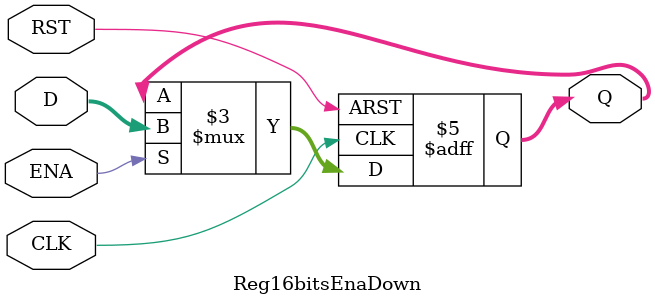
<source format=v>
`timescale 1ns / 1ps

module Reg16bitsEnaDown(CLK,RST,ENA,D,Q);
	input CLK,RST,ENA;
	input [15:0] D;
	output reg [15:0] Q;

	always @(negedge CLK or posedge RST)
		if (RST)
			Q=16'h0000;
		else if (ENA)
			Q=D;
		else
			Q=Q;

endmodule

</source>
